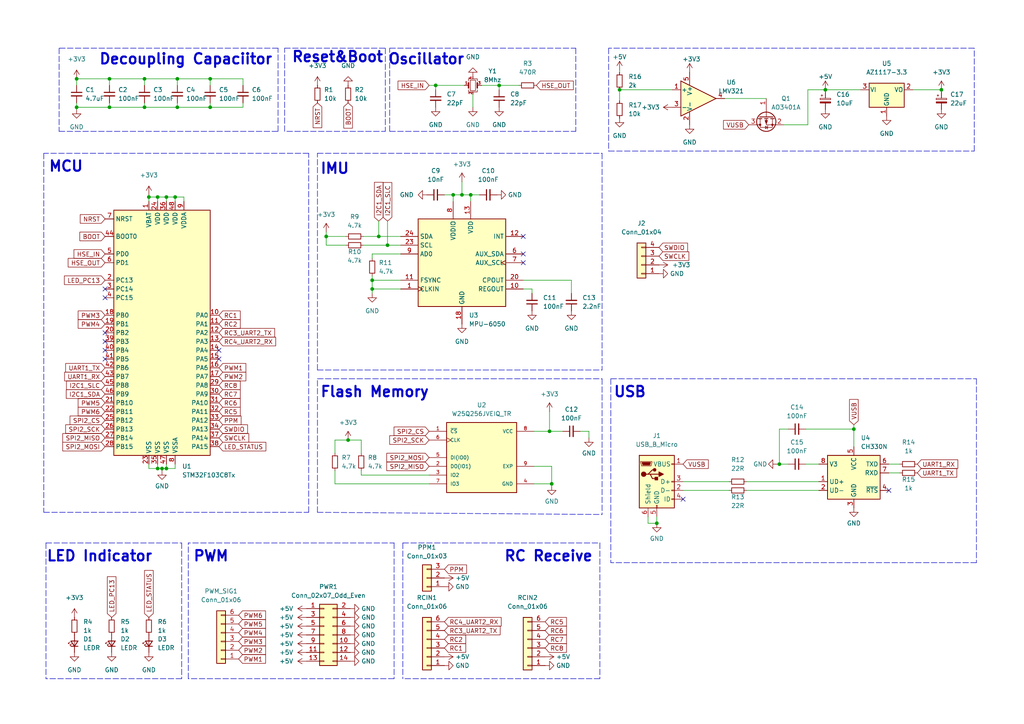
<source format=kicad_sch>
(kicad_sch (version 20211123) (generator eeschema)
  (paper "A4")
  (junction (at 112.395 71.12))
  (junction (at 48.26 57.15))
  (junction (at 94.615 68.58))
  (junction (at 247.65 124.46))
  (junction (at 41.91 31.115))
  (junction (at 136.525 56.515))
  (junction (at 109.855 68.58))
  (junction (at 45.72 57.15))
  (junction (at 60.96 31.115))
  (junction (at 60.96 22.86))
  (junction (at 226.06 134.62))
  (junction (at 160.02 140.335))
  (junction (at 179.705 26.035))
  (junction (at 51.435 22.86))
  (junction (at 273.05 26.035))
  (junction (at 46.99 135.89))
  (junction (at 107.95 83.82))
  (junction (at 131.445 56.515))
  (junction (at 22.225 22.86))
  (junction (at 41.91 22.86))
  (junction (at 43.18 57.15))
  (junction (at 51.435 31.115))
  (junction (at 107.95 81.28))
  (junction (at 31.75 22.86))
  (junction (at 48.26 135.89))
  (junction (at 133.985 56.515))
  (junction (at 45.72 135.89))
  (junction (at 126.365 24.765))
  (junction (at 239.395 26.035))
  (junction (at 50.8 57.15))
  (junction (at 190.5 151.765))
  (junction (at 159.385 125.095))
  (junction (at 31.75 31.115))
  (junction (at 100.965 127.635))
  (junction (at 144.78 24.765))
  (junction (at 22.225 31.115))
  (no_connect (at 30.48 104.14))
  (no_connect (at 30.48 101.6))
  (no_connect (at 30.48 99.06))
  (no_connect (at 30.48 83.82))
  (no_connect (at 63.5 104.14))
  (no_connect (at 63.5 101.6))
  (no_connect (at 30.48 96.52))
  (no_connect (at 30.48 86.36))
  (no_connect (at 198.12 144.78))
  (no_connect (at 151.765 76.2))
  (no_connect (at 151.765 73.66))
  (no_connect (at 151.765 68.58))
  (no_connect (at 257.81 142.24))
  (wire (pts (xy 51.435 22.86) (xy 51.435 24.765)))
  (wire (pts (xy 131.445 56.515) (xy 131.445 58.42)))
  (wire (pts (xy 50.8 134.62) (xy 50.8 135.89)))
  (wire (pts (xy 234.315 36.195) (xy 234.315 26.035)))
  (wire (pts (xy 50.8 57.15) (xy 53.34 57.15)))
  (polyline (pts (xy 92.075 148.59) (xy 174.625 149.225)))
  (wire (pts (xy 48.26 57.15) (xy 48.26 58.42)))
  (wire (pts (xy 22.225 29.845) (xy 22.225 31.115)))
  (wire (pts (xy 60.96 31.115) (xy 51.435 31.115)))
  (wire (pts (xy 43.18 57.15) (xy 45.72 57.15)))
  (wire (pts (xy 139.7 24.765) (xy 144.78 24.765)))
  (wire (pts (xy 136.525 56.515) (xy 139.065 56.515)))
  (wire (pts (xy 168.275 125.095) (xy 170.815 125.095)))
  (wire (pts (xy 124.46 140.335) (xy 97.155 140.335)))
  (wire (pts (xy 151.765 81.28) (xy 165.735 81.28)))
  (wire (pts (xy 154.305 83.82) (xy 154.305 85.09)))
  (wire (pts (xy 31.75 22.86) (xy 41.91 22.86)))
  (wire (pts (xy 154.94 125.095) (xy 159.385 125.095)))
  (polyline (pts (xy 80.645 38.1) (xy 80.645 13.97)))
  (polyline (pts (xy 92.075 109.855) (xy 174.625 109.855)))
  (wire (pts (xy 100.33 71.12) (xy 94.615 71.12)))
  (polyline (pts (xy 13.335 157.48) (xy 52.705 157.48)))
  (wire (pts (xy 239.395 26.035) (xy 249.555 26.035)))
  (polyline (pts (xy 12.7 44.45) (xy 12.7 148.59)))
  (wire (pts (xy 105.41 71.12) (xy 112.395 71.12)))
  (wire (pts (xy 273.05 26.035) (xy 273.05 26.67)))
  (polyline (pts (xy 54.61 157.48) (xy 55.245 157.48)))
  (wire (pts (xy 136.525 56.515) (xy 136.525 58.42)))
  (wire (pts (xy 45.72 57.15) (xy 48.26 57.15)))
  (wire (pts (xy 226.06 124.46) (xy 226.06 134.62)))
  (wire (pts (xy 159.385 119.38) (xy 159.385 125.095)))
  (polyline (pts (xy 17.145 13.97) (xy 17.145 38.1)))
  (polyline (pts (xy 283.21 109.855) (xy 283.21 163.195)))
  (polyline (pts (xy 111.76 13.97) (xy 111.76 38.1)))
  (wire (pts (xy 50.8 57.15) (xy 50.8 58.42)))
  (wire (pts (xy 226.06 134.62) (xy 228.6 134.62)))
  (wire (pts (xy 41.91 22.86) (xy 41.91 24.765)))
  (polyline (pts (xy 52.705 157.48) (xy 52.705 196.85)))
  (wire (pts (xy 60.96 22.86) (xy 60.96 24.765)))
  (wire (pts (xy 233.68 134.62) (xy 237.49 134.62)))
  (polyline (pts (xy 92.075 148.59) (xy 92.075 109.855)))
  (polyline (pts (xy 89.535 44.45) (xy 12.7 44.45)))
  (wire (pts (xy 97.155 127.635) (xy 100.965 127.635)))
  (wire (pts (xy 50.8 135.89) (xy 48.26 135.89)))
  (polyline (pts (xy 82.55 38.1) (xy 82.55 13.97)))
  (wire (pts (xy 170.815 125.095) (xy 170.815 127)))
  (wire (pts (xy 45.72 134.62) (xy 45.72 135.89)))
  (wire (pts (xy 247.65 124.46) (xy 247.65 129.54)))
  (wire (pts (xy 159.385 125.095) (xy 163.195 125.095)))
  (wire (pts (xy 144.78 24.765) (xy 144.78 26.035)))
  (wire (pts (xy 31.75 22.86) (xy 31.75 24.765)))
  (wire (pts (xy 187.96 151.765) (xy 190.5 151.765)))
  (wire (pts (xy 70.485 29.845) (xy 70.485 31.115)))
  (wire (pts (xy 51.435 29.845) (xy 51.435 31.115)))
  (polyline (pts (xy 113.03 38.1) (xy 113.03 13.97)))
  (wire (pts (xy 160.02 140.335) (xy 160.02 140.97)))
  (wire (pts (xy 41.91 31.115) (xy 31.75 31.115)))
  (wire (pts (xy 46.99 135.89) (xy 46.99 136.525)))
  (wire (pts (xy 51.435 22.86) (xy 60.96 22.86)))
  (polyline (pts (xy 173.99 196.85) (xy 116.84 196.85)))
  (polyline (pts (xy 177.165 109.855) (xy 177.165 163.195)))
  (wire (pts (xy 43.18 57.15) (xy 43.18 58.42)))
  (polyline (pts (xy 54.61 196.85) (xy 54.61 157.48)))
  (polyline (pts (xy 17.145 38.1) (xy 80.645 38.1)))
  (wire (pts (xy 60.96 22.86) (xy 70.485 22.86)))
  (wire (pts (xy 107.95 83.82) (xy 107.95 85.09)))
  (wire (pts (xy 198.12 142.24) (xy 211.455 142.24)))
  (polyline (pts (xy 282.575 13.97) (xy 176.53 13.97)))
  (wire (pts (xy 107.95 81.28) (xy 116.205 81.28)))
  (wire (pts (xy 151.765 83.82) (xy 154.305 83.82)))
  (polyline (pts (xy 173.99 157.48) (xy 173.99 196.85)))
  (polyline (pts (xy 282.575 43.815) (xy 282.575 13.97)))
  (polyline (pts (xy 52.705 196.85) (xy 13.335 196.85)))
  (wire (pts (xy 48.26 57.15) (xy 50.8 57.15)))
  (polyline (pts (xy 174.625 44.45) (xy 174.625 107.315)))
  (wire (pts (xy 22.225 22.86) (xy 22.225 24.765)))
  (polyline (pts (xy 82.55 13.97) (xy 111.76 13.97)))
  (wire (pts (xy 70.485 31.115) (xy 60.96 31.115)))
  (wire (pts (xy 107.95 81.28) (xy 107.95 83.82)))
  (wire (pts (xy 48.26 135.89) (xy 46.99 135.89)))
  (polyline (pts (xy 174.625 109.855) (xy 174.625 149.225)))
  (polyline (pts (xy 92.075 107.315) (xy 174.625 107.315)))
  (wire (pts (xy 198.12 139.7) (xy 211.455 139.7)))
  (wire (pts (xy 43.18 56.515) (xy 43.18 57.15)))
  (wire (pts (xy 165.735 81.28) (xy 165.735 85.09)))
  (wire (pts (xy 225.425 134.62) (xy 226.06 134.62)))
  (wire (pts (xy 179.705 26.035) (xy 194.945 26.035)))
  (wire (pts (xy 107.95 80.01) (xy 107.95 81.28)))
  (wire (pts (xy 264.795 26.035) (xy 273.05 26.035)))
  (wire (pts (xy 124.46 24.765) (xy 126.365 24.765)))
  (wire (pts (xy 131.445 56.515) (xy 128.905 56.515)))
  (wire (pts (xy 53.34 57.15) (xy 53.34 58.42)))
  (wire (pts (xy 144.78 24.765) (xy 150.495 24.765)))
  (polyline (pts (xy 80.645 13.97) (xy 17.145 13.97)))
  (wire (pts (xy 43.18 134.62) (xy 43.18 135.89)))
  (wire (pts (xy 104.775 127.635) (xy 104.775 131.445)))
  (wire (pts (xy 216.535 142.24) (xy 237.49 142.24)))
  (wire (pts (xy 179.705 26.035) (xy 179.705 29.21)))
  (wire (pts (xy 109.855 68.58) (xy 116.205 68.58)))
  (polyline (pts (xy 114.3 196.85) (xy 54.61 196.85)))
  (wire (pts (xy 97.155 140.335) (xy 97.155 136.525)))
  (wire (pts (xy 187.96 149.86) (xy 187.96 151.765)))
  (wire (pts (xy 22.225 22.86) (xy 31.75 22.86)))
  (wire (pts (xy 216.535 139.7) (xy 237.49 139.7)))
  (wire (pts (xy 105.41 68.58) (xy 109.855 68.58)))
  (wire (pts (xy 257.81 137.16) (xy 260.985 137.16)))
  (wire (pts (xy 126.365 24.765) (xy 134.62 24.765)))
  (wire (pts (xy 48.26 134.62) (xy 48.26 135.89)))
  (wire (pts (xy 234.315 26.035) (xy 239.395 26.035)))
  (wire (pts (xy 45.72 135.89) (xy 46.99 135.89)))
  (wire (pts (xy 100.965 127.635) (xy 104.775 127.635)))
  (wire (pts (xy 239.395 26.035) (xy 239.395 26.67)))
  (wire (pts (xy 41.91 29.845) (xy 41.91 31.115)))
  (wire (pts (xy 104.775 137.795) (xy 104.775 136.525)))
  (polyline (pts (xy 113.03 13.97) (xy 167.005 13.97)))
  (wire (pts (xy 94.615 68.58) (xy 94.615 67.31)))
  (polyline (pts (xy 167.005 13.97) (xy 167.005 38.1)))
  (polyline (pts (xy 92.075 107.315) (xy 92.075 44.45)))
  (wire (pts (xy 133.985 52.705) (xy 133.985 56.515)))
  (polyline (pts (xy 83.185 38.1) (xy 111.76 38.1)))
  (polyline (pts (xy 177.165 109.855) (xy 283.21 109.855)))
  (polyline (pts (xy 176.53 43.815) (xy 282.575 43.815)))
  (wire (pts (xy 133.985 56.515) (xy 136.525 56.515)))
  (polyline (pts (xy 89.535 148.59) (xy 89.535 44.45)))
  (wire (pts (xy 109.855 64.135) (xy 109.855 68.58)))
  (polyline (pts (xy 55.88 157.48) (xy 114.3 157.48)))
  (wire (pts (xy 107.95 73.66) (xy 107.95 74.93)))
  (wire (pts (xy 190.5 149.86) (xy 190.5 151.765)))
  (polyline (pts (xy 283.21 163.195) (xy 177.165 163.195)))
  (wire (pts (xy 31.75 29.845) (xy 31.75 31.115)))
  (wire (pts (xy 41.91 22.86) (xy 51.435 22.86)))
  (wire (pts (xy 210.185 28.575) (xy 222.25 28.575)))
  (wire (pts (xy 179.705 20.955) (xy 179.705 20.32)))
  (wire (pts (xy 126.365 24.765) (xy 126.365 26.035)))
  (wire (pts (xy 228.6 124.46) (xy 226.06 124.46)))
  (polyline (pts (xy 13.335 157.48) (xy 13.335 196.85)))
  (wire (pts (xy 154.94 135.255) (xy 160.02 135.255)))
  (polyline (pts (xy 114.3 157.48) (xy 114.3 196.85)))
  (wire (pts (xy 257.81 134.62) (xy 260.985 134.62)))
  (polyline (pts (xy 116.84 157.48) (xy 116.84 196.85)))
  (wire (pts (xy 124.46 137.795) (xy 104.775 137.795)))
  (wire (pts (xy 227.33 36.195) (xy 234.315 36.195)))
  (polyline (pts (xy 12.7 148.59) (xy 89.535 148.59)))
  (wire (pts (xy 233.68 124.46) (xy 247.65 124.46)))
  (wire (pts (xy 51.435 31.115) (xy 41.91 31.115)))
  (wire (pts (xy 31.75 31.115) (xy 22.225 31.115)))
  (polyline (pts (xy 116.84 157.48) (xy 173.99 157.48)))
  (wire (pts (xy 116.205 73.66) (xy 107.95 73.66)))
  (wire (pts (xy 22.225 31.115) (xy 22.225 31.75)))
  (wire (pts (xy 94.615 68.58) (xy 100.33 68.58)))
  (wire (pts (xy 45.72 57.15) (xy 45.72 58.42)))
  (wire (pts (xy 160.02 135.255) (xy 160.02 140.335)))
  (wire (pts (xy 137.16 27.305) (xy 137.16 31.115)))
  (wire (pts (xy 247.65 123.19) (xy 247.65 124.46)))
  (polyline (pts (xy 92.075 44.45) (xy 174.625 44.45)))
  (wire (pts (xy 94.615 71.12) (xy 94.615 68.58)))
  (wire (pts (xy 60.96 29.845) (xy 60.96 31.115)))
  (polyline (pts (xy 176.53 13.97) (xy 176.53 43.815)))
  (wire (pts (xy 116.205 83.82) (xy 107.95 83.82)))
  (wire (pts (xy 112.395 64.135) (xy 112.395 71.12)))
  (wire (pts (xy 43.18 135.89) (xy 45.72 135.89)))
  (wire (pts (xy 154.94 140.335) (xy 160.02 140.335)))
  (wire (pts (xy 97.155 127.635) (xy 97.155 131.445)))
  (polyline (pts (xy 113.03 38.1) (xy 167.005 38.1)))
  (wire (pts (xy 133.985 56.515) (xy 131.445 56.515)))
  (wire (pts (xy 112.395 71.12) (xy 116.205 71.12)))
  (wire (pts (xy 70.485 22.86) (xy 70.485 24.765)))
  (text "Decoupling Capaciitor" (at 28.575 19.05 0) (effects (font (size 3 3) bold) (justify left bottom)))
  (text "MCU" (at 13.97 50.165 0) (effects (font (size 3 3) bold) (justify left bottom)))
  (text "LED Indicator" (at 13.335 163.195 0) (effects (font (size 3 3) (thickness 0.6) bold) (justify left bottom)))
  (text "USB" (at 177.8 115.57 0) (effects (font (size 3 3) (thickness 0.6) bold) (justify left bottom)))
  (text "Reset&Boot" (at 84.455 18.415 0) (effects (font (size 3 3) bold) (justify left bottom)))
  (text "RC Receive" (at 146.05 163.195 0) (effects (font (size 3 3) (thickness 0.6) bold) (justify left bottom)))
  (text "PWM" (at 55.88 163.195 0) (effects (font (size 3 3) bold) (justify left bottom)))
  (text "IMU" (at 92.71 50.8 0) (effects (font (size 3 3) (thickness 0.6) bold) (justify left bottom)))
  (text "Flash Memory" (at 92.71 115.57 0) (effects (font (size 3 3) bold) (justify left bottom)))
  (text "Oscillator" (at 112.395 19.05 0) (effects (font (size 3 3) bold) (justify left bottom)))
  (global_label "I2C1_SDA" (shape input) (at 109.855 64.135 90) (property "Intersheet References" "${INTERSHEET_REFS}" (effects hide)))
  (global_label "VUSB" (shape input) (at 217.17 36.195 180) (property "Intersheet References" "${INTERSHEET_REFS}" (effects hide)))
  (global_label "NRST" (shape input) (at 30.48 63.5 180) (property "Intersheet References" "${INTERSHEET_REFS}" (effects hide)))
  (global_label "RC2" (shape input) (at 128.905 185.42 0) (property "Intersheet References" "${INTERSHEET_REFS}" (effects hide)))
  (global_label "HSE_IN" (shape input) (at 30.48 73.66 180) (property "Intersheet References" "${INTERSHEET_REFS}" (effects hide)))
  (global_label "SPI2_SCK" (shape input) (at 30.48 124.46 180) (property "Intersheet References" "${INTERSHEET_REFS}" (effects hide)))
  (global_label "RC1" (shape input) (at 63.5 91.44 0) (property "Intersheet References" "${INTERSHEET_REFS}" (effects hide)))
  (global_label "RC4_UART2_RX" (shape input) (at 63.5 99.06 0) (property "Intersheet References" "${INTERSHEET_REFS}" (effects hide)))
  (global_label "LED_STATUS" (shape input) (at 43.18 179.07 90) (property "Intersheet References" "${INTERSHEET_REFS}" (effects hide)))
  (global_label "I2C1_SDA" (shape input) (at 30.48 114.3 180) (property "Intersheet References" "${INTERSHEET_REFS}" (effects hide)))
  (global_label "NRST" (shape input) (at 92.075 29.845 270) (property "Intersheet References" "${INTERSHEET_REFS}" (effects hide)))
  (global_label "LED_PC13" (shape input) (at 30.48 81.28 180) (property "Intersheet References" "${INTERSHEET_REFS}" (effects hide)))
  (global_label "I2C1_SLC" (shape input) (at 112.395 64.135 90) (property "Intersheet References" "${INTERSHEET_REFS}" (effects hide)))
  (global_label "PWM4" (shape input) (at 69.215 183.515 0) (property "Intersheet References" "${INTERSHEET_REFS}" (effects hide)))
  (global_label "VUSB" (shape input) (at 247.65 123.19 90) (property "Intersheet References" "${INTERSHEET_REFS}" (effects hide)))
  (global_label "PWM5" (shape input) (at 69.215 180.975 0) (property "Intersheet References" "${INTERSHEET_REFS}" (effects hide)))
  (global_label "UART1_TX" (shape input) (at 30.48 106.68 180) (property "Intersheet References" "${INTERSHEET_REFS}" (effects hide)))
  (global_label "LED_STATUS" (shape input) (at 63.5 129.54 0) (property "Intersheet References" "${INTERSHEET_REFS}" (effects hide)))
  (global_label "BOOT" (shape input) (at 100.965 29.845 270) (property "Intersheet References" "${INTERSHEET_REFS}" (effects hide)))
  (global_label "PWM3" (shape input) (at 69.215 186.055 0) (property "Intersheet References" "${INTERSHEET_REFS}" (effects hide)))
  (global_label "PWM1" (shape input) (at 69.215 191.135 0) (property "Intersheet References" "${INTERSHEET_REFS}" (effects hide)))
  (global_label "VUSB" (shape input) (at 198.12 134.62 0) (property "Intersheet References" "${INTERSHEET_REFS}" (effects hide)))
  (global_label "SPI2_MOSI" (shape input) (at 30.48 129.54 180) (property "Intersheet References" "${INTERSHEET_REFS}" (effects hide)))
  (global_label "SWCLK" (shape input) (at 63.5 127 0) (property "Intersheet References" "${INTERSHEET_REFS}" (effects hide)))
  (global_label "RC1" (shape input) (at 128.905 187.96 0) (property "Intersheet References" "${INTERSHEET_REFS}" (effects hide)))
  (global_label "RC5" (shape input) (at 63.5 119.38 0) (property "Intersheet References" "${INTERSHEET_REFS}" (effects hide)))
  (global_label "LED_PC13" (shape input) (at 32.385 179.07 90) (property "Intersheet References" "${INTERSHEET_REFS}" (effects hide)))
  (global_label "I2C1_SLC" (shape input) (at 30.48 111.76 180) (property "Intersheet References" "${INTERSHEET_REFS}" (effects hide)))
  (global_label "PPM" (shape input) (at 128.905 165.1 0) (property "Intersheet References" "${INTERSHEET_REFS}" (effects hide)))
  (global_label "RC8" (shape input) (at 158.115 187.96 0) (property "Intersheet References" "${INTERSHEET_REFS}" (effects hide)))
  (global_label "PWM2" (shape input) (at 63.5 109.22 0) (property "Intersheet References" "${INTERSHEET_REFS}" (effects hide)))
  (global_label "SPI2_CS" (shape input) (at 30.48 121.92 180) (property "Intersheet References" "${INTERSHEET_REFS}" (effects hide)))
  (global_label "PWM3" (shape input) (at 30.48 91.44 180) (property "Intersheet References" "${INTERSHEET_REFS}" (effects hide)))
  (global_label "SPI2_MOSI" (shape input) (at 124.46 132.715 180) (property "Intersheet References" "${INTERSHEET_REFS}" (effects hide)))
  (global_label "UART1_RX" (shape input) (at 30.48 109.22 180) (property "Intersheet References" "${INTERSHEET_REFS}" (effects hide)))
  (global_label "PWM6" (shape input) (at 30.48 119.38 180) (property "Intersheet References" "${INTERSHEET_REFS}" (effects hide)))
  (global_label "SPI2_MISO" (shape input) (at 30.48 127 180) (property "Intersheet References" "${INTERSHEET_REFS}" (effects hide)))
  (global_label "RC8" (shape input) (at 63.5 111.76 0) (property "Intersheet References" "${INTERSHEET_REFS}" (effects hide)))
  (global_label "RC6" (shape input) (at 63.5 116.84 0) (property "Intersheet References" "${INTERSHEET_REFS}" (effects hide)))
  (global_label "UART1_TX" (shape input) (at 266.065 137.16 0) (property "Intersheet References" "${INTERSHEET_REFS}" (effects hide)))
  (global_label "PWM5" (shape input) (at 30.48 116.84 180) (property "Intersheet References" "${INTERSHEET_REFS}" (effects hide)))
  (global_label "PWM4" (shape input) (at 30.48 93.98 180) (property "Intersheet References" "${INTERSHEET_REFS}" (effects hide)))
  (global_label "RC3_UART2_TX" (shape input) (at 63.5 96.52 0) (property "Intersheet References" "${INTERSHEET_REFS}" (effects hide)))
  (global_label "SWCLK" (shape input) (at 191.135 74.295 0) (property "Intersheet References" "${INTERSHEET_REFS}" (effects hide)))
  (global_label "RC3_UART2_TX" (shape input) (at 128.905 182.88 0) (property "Intersheet References" "${INTERSHEET_REFS}" (effects hide)))
  (global_label "HSE_OUT" (shape input) (at 155.575 24.765 0) (property "Intersheet References" "${INTERSHEET_REFS}" (effects hide)))
  (global_label "PWM6" (shape input) (at 69.215 178.435 0) (property "Intersheet References" "${INTERSHEET_REFS}" (effects hide)))
  (global_label "RC6" (shape input) (at 158.115 182.88 0) (property "Intersheet References" "${INTERSHEET_REFS}" (effects hide)))
  (global_label "SPI2_CS" (shape input) (at 124.46 125.095 180) (property "Intersheet References" "${INTERSHEET_REFS}" (effects hide)))
  (global_label "HSE_OUT" (shape input) (at 30.48 76.2 180) (property "Intersheet References" "${INTERSHEET_REFS}" (effects hide)))
  (global_label "RC7" (shape input) (at 63.5 114.3 0) (property "Intersheet References" "${INTERSHEET_REFS}" (effects hide)))
  (global_label "HSE_IN" (shape input) (at 124.46 24.765 180) (property "Intersheet References" "${INTERSHEET_REFS}" (effects hide)))
  (global_label "SWDIO" (shape input) (at 191.135 71.755 0) (property "Intersheet References" "${INTERSHEET_REFS}" (effects hide)))
  (global_label "RC4_UART2_RX" (shape input) (at 128.905 180.34 0) (property "Intersheet References" "${INTERSHEET_REFS}" (effects hide)))
  (global_label "UART1_RX" (shape input) (at 266.065 134.62 0) (property "Intersheet References" "${INTERSHEET_REFS}" (effects hide)))
  (global_label "SPI2_SCK" (shape input) (at 124.46 127.635 180) (property "Intersheet References" "${INTERSHEET_REFS}" (effects hide)))
  (global_label "RC2" (shape input) (at 63.5 93.98 0) (property "Intersheet References" "${INTERSHEET_REFS}" (effects hide)))
  (global_label "SWDIO" (shape input) (at 63.5 124.46 0) (property "Intersheet References" "${INTERSHEET_REFS}" (effects hide)))
  (global_label "SPI2_MISO" (shape input) (at 124.46 135.255 180) (property "Intersheet References" "${INTERSHEET_REFS}" (effects hide)))
  (global_label "RC7" (shape input) (at 158.115 185.42 0) (property "Intersheet References" "${INTERSHEET_REFS}" (effects hide)))
  (global_label "RC5" (shape input) (at 158.115 180.34 0) (property "Intersheet References" "${INTERSHEET_REFS}" (effects hide)))
  (global_label "PWM2" (shape input) (at 69.215 188.595 0) (property "Intersheet References" "${INTERSHEET_REFS}" (effects hide)))
  (global_label "PWM1" (shape input) (at 63.5 106.68 0) (property "Intersheet References" "${INTERSHEET_REFS}" (effects hide)))
  (global_label "BOOT" (shape input) (at 30.48 68.58 180) (property "Intersheet References" "${INTERSHEET_REFS}" (effects hide)))
  (global_label "PPM" (shape input) (at 63.5 121.92 0) (property "Intersheet References" "${INTERSHEET_REFS}" (effects hide)))
  (symbol (lib_id "power:GND") (at 137.16 31.115 0) (unit 1)
    (property "Reference" "#PWR08" (effects hide))
    (property "Value" "GND" (at 137.16 36.195 0))
  )
  (symbol (lib_id "power:GND") (at 128.905 193.04 90) (unit 1)
    (property "Reference" "#PWR031" (effects hide))
    (property "Value" "GND" (at 132.08 193.0399 90) (effects (justify right)))
  )
  (symbol (lib_id "Device:R_Small") (at 179.705 31.75 0) (unit 1)
    (property "Reference" "R17" (at 182.245 30.4799 0) (effects (justify left)))
    (property "Value" "10k" (at 182.245 33.0199 0) (effects (justify left)))
    (property "Footprint" "Resistor_SMD:R_0603_1608Metric" (effects hide))
  )
  (symbol (lib_id "Device:C_Polarized_Small") (at 273.05 29.21 0) (unit 1)
    (property "Reference" "C17" (at 275.59 27.3938 0) (effects (justify left)))
    (property "Value" "22uF" (at 275.59 29.9338 0) (effects (justify left)))
    (property "Footprint" "Capacitor_Tantalum_SMD:CP_EIA-3216-10_Kemet-I" (effects hide))
  )
  (symbol (lib_id "Device:LED_Small") (at 21.59 186.69 90) (unit 1)
    (property "Reference" "D1" (at 24.13 185.3564 90) (effects (justify right)))
    (property "Value" "LEDR" (at 24.13 187.8964 90) (effects (justify right)))
    (property "Footprint" "LED_SMD:LED_0603_1608Metric" (effects hide))
  )
  (symbol (lib_id "Device:R_Small") (at 100.965 27.305 0) (unit 1)
    (property "Reference" "R2" (at 102.87 26.0349 0) (effects (justify left)))
    (property "Value" "10k" (at 102.87 28.5749 0) (effects (justify left)))
    (property "Footprint" "Resistor_SMD:R_0603_1608Metric" (effects hide))
  )
  (symbol (lib_id "power:GND") (at 179.705 34.29 0) (unit 1)
    (property "Reference" "#PWR054" (effects hide))
    (property "Value" "GND" (at 179.705 39.37 0))
  )
  (symbol (lib_id "power:+5V") (at 128.905 167.64 270) (unit 1)
    (property "Reference" "#PWR028" (effects hide))
    (property "Value" "+5V" (at 132.08 167.6399 90) (effects (justify left)))
  )
  (symbol (lib_id "power:+5V") (at 158.115 190.5 270) (unit 1)
    (property "Reference" "#PWR032" (effects hide))
    (property "Value" "+5V" (at 161.29 190.4999 90) (effects (justify left)))
  )
  (symbol (lib_id "power:+3.3V") (at 21.59 179.07 0) (unit 1)
    (property "Reference" "#PWR010" (effects hide))
    (property "Value" "+3.3V" (at 21.59 173.355 0))
  )
  (symbol (lib_id "power:GND") (at 101.6 181.61 90) (unit 1)
    (property "Reference" "#PWR024" (effects hide))
    (property "Value" "GND" (at 104.775 181.6099 90) (effects (justify right)))
  )
  (symbol (lib_id "power:GND") (at 247.65 147.32 0) (unit 1)
    (property "Reference" "#PWR052" (effects hide))
    (property "Value" "GND" (at 247.65 151.765 0))
  )
  (symbol (lib_id "power:GND") (at 43.18 189.23 0) (unit 1)
    (property "Reference" "#PWR013" (effects hide))
    (property "Value" "GND" (at 43.18 194.31 0))
  )
  (symbol (lib_id "power:+5V") (at 88.9 189.23 90) (unit 1)
    (property "Reference" "#PWR020" (effects hide))
    (property "Value" "+5V" (at 85.09 189.2299 90) (effects (justify left)))
  )
  (symbol (lib_id "Device:LED_Small") (at 43.18 186.69 90) (unit 1)
    (property "Reference" "D3" (at 45.72 185.3564 90) (effects (justify right)))
    (property "Value" "LEDR" (at 45.72 187.8964 90) (effects (justify right)))
    (property "Footprint" "LED_SMD:LED_0603_1608Metric" (effects hide))
  )
  (symbol (lib_id "power:GND") (at 46.99 136.525 0) (unit 1)
    (property "Reference" "#PWR014" (effects hide))
    (property "Value" "GND" (at 46.99 140.97 0))
  )
  (symbol (lib_id "Device:C_Small") (at 165.735 125.095 90) (unit 1)
    (property "Reference" "C12" (at 165.7413 118.745 90))
    (property "Value" "100nF" (at 165.7413 121.285 90))
    (property "Footprint" "Capacitor_SMD:C_0603_1608Metric" (effects hide))
  )
  (symbol (lib_id "Device:C_Small") (at 126.365 56.515 90) (unit 1)
    (property "Reference" "C9" (at 126.3713 49.53 90))
    (property "Value" "10nF" (at 126.3713 52.07 90))
    (property "Footprint" "Capacitor_SMD:C_0603_1608Metric" (effects hide))
  )
  (symbol (lib_id "power:GND") (at 107.95 85.09 0) (unit 1)
    (property "Reference" "#PWR035" (effects hide))
    (property "Value" "GND" (at 107.95 90.17 0))
  )
  (symbol (lib_id "Device:C_Small") (at 231.14 124.46 90) (unit 1)
    (property "Reference" "C14" (at 231.1463 118.11 90))
    (property "Value" "100nF" (at 231.1463 120.65 90))
    (property "Footprint" "Capacitor_SMD:C_0603_1608Metric" (effects hide))
  )
  (symbol (lib_id "power:+5V") (at 179.705 20.32 0) (unit 1)
    (property "Reference" "#PWR053" (effects hide))
    (property "Value" "+5V" (at 179.705 16.51 0))
  )
  (symbol (lib_id "power:GND") (at 101.6 186.69 90) (unit 1)
    (property "Reference" "#PWR026" (effects hide))
    (property "Value" "GND" (at 104.775 186.6899 90) (effects (justify right)))
  )
  (symbol (lib_id "power:GND") (at 160.02 140.97 0) (unit 1)
    (property "Reference" "#PWR041" (effects hide))
    (property "Value" "GND" (at 160.02 145.415 0))
  )
  (symbol (lib_id "power:+3.3V") (at 22.225 22.86 0) (unit 1)
    (property "Reference" "#PWR01" (effects hide))
    (property "Value" "+3.3V" (at 22.225 17.145 0))
  )
  (symbol (lib_id "power:+3.3V") (at 92.075 24.765 0) (unit 1)
    (property "Reference" "#PWR04" (effects hide))
    (property "Value" "+3.3V" (at 92.075 19.05 0))
  )
  (symbol (lib_id "Device:R_Small") (at 97.155 133.985 0) (unit 1)
    (property "Reference" "R7" (at 99.06 132.7149 0) (effects (justify left)))
    (property "Value" "4.7k" (at 99.06 135.2549 0) (effects (justify left)))
    (property "Footprint" "Resistor_SMD:R_0603_1608Metric" (effects hide))
  )
  (symbol (lib_id "Device:R_Small") (at 102.87 68.58 90) (unit 1)
    (property "Reference" "R9" (at 102.87 62.865 90))
    (property "Value" "4.7k" (at 102.87 65.405 90))
    (property "Footprint" "Resistor_SMD:R_0603_1608Metric" (effects hide))
  )
  (symbol (lib_id "Device:C_Small") (at 60.96 27.305 0) (unit 1)
    (property "Reference" "C5" (at 63.5 26.0412 0) (effects (justify left)))
    (property "Value" "100nF" (at 63.5 28.5812 0) (effects (justify left)))
    (property "Footprint" "Capacitor_SMD:C_0603_1608Metric" (effects hide))
  )
  (symbol (lib_id "power:GND") (at 165.735 90.17 0) (unit 1)
    (property "Reference" "#PWR044" (effects hide))
    (property "Value" "GND" (at 165.735 95.25 0))
  )
  (symbol (lib_id "power:GND") (at 101.6 179.07 90) (unit 1)
    (property "Reference" "#PWR023" (effects hide))
    (property "Value" "GND" (at 104.775 179.0699 90) (effects (justify right)))
  )
  (symbol (lib_id "power:GND") (at 133.985 93.98 0) (unit 1)
    (property "Reference" "#PWR038" (effects hide))
    (property "Value" "GND" (at 133.985 99.06 0))
  )
  (symbol (lib_id "power:GND") (at 100.965 24.765 180) (unit 1)
    (property "Reference" "#PWR05" (effects hide))
    (property "Value" "GND" (at 100.965 19.05 0))
  )
  (symbol (lib_id "Device:C_Small") (at 22.225 27.305 0) (unit 1)
    (property "Reference" "C1" (at 24.765 26.0412 0) (effects (justify left)))
    (property "Value" "4.7uF" (at 24.765 28.5812 0) (effects (justify left)))
    (property "Footprint" "Capacitor_SMD:C_0805_2012Metric" (effects hide))
  )
  (symbol (lib_id "Connector_Generic:Conn_01x06") (at 153.035 187.96 180) (unit 1)
    (property "Reference" "RCIN2" (at 153.035 173.355 0))
    (property "Value" "Conn_01x06" (at 153.035 175.895 0))
    (property "Footprint" "Connector_Molex:Molex_PicoBlade_53261-0671_1x06-1MP_P1.25mm_Horizontal" (effects hide))
  )
  (symbol (lib_id "power:+5V") (at 88.9 186.69 90) (unit 1)
    (property "Reference" "#PWR019" (effects hide))
    (property "Value" "+5V" (at 85.09 186.6899 90) (effects (justify left)))
  )
  (symbol (lib_id "Connector:USB_B_Micro") (at 190.5 139.7 0) (unit 1)
    (property "Reference" "J1" (at 190.5 126.365 0))
    (property "Value" "USB_B_Micro" (at 190.5 128.905 0))
    (property "Footprint" "Connector_USB:USB_Micro-B_Molex-105017-0001" (effects hide))
  )
  (symbol (lib_id "power:GND") (at 22.225 31.75 0) (unit 1)
    (property "Reference" "#PWR02" (effects hide))
    (property "Value" "GND" (at 22.225 36.83 0))
  )
  (symbol (lib_id "Device:Crystal_GND24_Small") (at 137.16 24.765 0) (unit 1)
    (property "Reference" "Y1" (at 142.875 20.6248 0))
    (property "Value" "8Mhz" (at 142.875 23.1648 0))
    (property "Footprint" "Crystal:Crystal_SMD_3225-4Pin_3.2x2.5mm" (effects hide))
  )
  (symbol (lib_id "Device:C_Small") (at 154.305 87.63 180) (unit 1)
    (property "Reference" "C11" (at 157.48 86.3535 0) (effects (justify right)))
    (property "Value" "100nF" (at 157.48 88.8935 0) (effects (justify right)))
    (property "Footprint" "Capacitor_SMD:C_0603_1608Metric" (effects hide))
  )
  (symbol (lib_id "Device:R_Small") (at 32.385 181.61 0) (unit 1)
    (property "Reference" "R5" (at 34.925 180.3399 0) (effects (justify left)))
    (property "Value" "1k" (at 34.925 182.8799 0) (effects (justify left)))
    (property "Footprint" "Resistor_SMD:R_0603_1608Metric" (effects hide))
  )
  (symbol (lib_id "Connector_Generic:Conn_01x06") (at 64.135 186.055 180) (unit 1)
    (property "Reference" "PWM_SIG1" (at 64.135 171.45 0))
    (property "Value" "Conn_01x06" (at 64.135 173.99 0))
    (property "Footprint" "Connector_PinHeader_2.54mm:PinHeader_1x06_P2.54mm_Vertical" (effects hide))
  )
  (symbol (lib_id "Amplifier_Operational:LMV321") (at 202.565 28.575 0) (unit 1)
    (property "Reference" "U6" (at 212.09 23.876 0))
    (property "Value" "LMV321" (at 212.09 26.416 0))
    (property "Footprint" "Package_TO_SOT_SMD:SOT-23-5" (effects hide))
    (property "Datasheet" "http://www.ti.com/lit/ds/symlink/lmv324.pdf" (effects hide))
  )
  (symbol (lib_id "Device:C_Small") (at 126.365 28.575 0) (unit 1)
    (property "Reference" "C7" (at 129.54 27.3112 0) (effects (justify left)))
    (property "Value" "22pF" (at 129.54 29.8512 0) (effects (justify left)))
    (property "Footprint" "Capacitor_SMD:C_0603_1608Metric" (effects hide))
  )
  (symbol (lib_id "power:+3.3V") (at 133.985 52.705 0) (unit 1)
    (property "Reference" "#PWR037" (effects hide))
    (property "Value" "+3.3V" (at 133.985 47.625 0))
  )
  (symbol (lib_id "Device:C_Small") (at 70.485 27.305 0) (unit 1)
    (property "Reference" "C6" (at 73.025 26.0412 0) (effects (justify left)))
    (property "Value" "100nF" (at 73.025 28.5812 0) (effects (justify left)))
    (property "Footprint" "Capacitor_SMD:C_0603_1608Metric" (effects hide))
  )
  (symbol (lib_id "power:+3.3V") (at 194.945 31.115 90) (unit 1)
    (property "Reference" "#PWR055" (effects hide))
    (property "Value" "+3.3V" (at 186.055 31.115 90) (effects (justify right)))
  )
  (symbol (lib_id "power:GND") (at 101.6 189.23 90) (unit 1)
    (property "Reference" "#PWR058" (effects hide))
    (property "Value" "GND" (at 104.775 189.2299 90) (effects (justify right)))
  )
  (symbol (lib_id "Device:R_Small") (at 213.995 142.24 270) (unit 1)
    (property "Reference" "R13" (at 213.995 144.145 90))
    (property "Value" "22R" (at 213.995 146.685 90))
    (property "Footprint" "Resistor_SMD:R_0603_1608Metric" (effects hide))
  )
  (symbol (lib_id "power:+3.3V") (at 273.05 26.035 0) (unit 1)
    (property "Reference" "#PWR050" (effects hide))
    (property "Value" "+3.3V" (at 273.05 20.955 0))
  )
  (symbol (lib_id "power:GND") (at 101.6 191.77 90) (unit 1)
    (property "Reference" "#PWR059" (effects hide))
    (property "Value" "GND" (at 104.775 191.7699 90) (effects (justify right)))
  )
  (symbol (lib_id "power:+5V") (at 88.9 191.77 90) (unit 1)
    (property "Reference" "#PWR021" (effects hide))
    (property "Value" "+5V" (at 85.09 191.7699 90) (effects (justify left)))
  )
  (symbol (lib_id "power:GND") (at 137.16 22.225 180) (unit 1)
    (property "Reference" "#PWR07" (effects hide))
    (property "Value" "GND" (at 137.16 16.51 0))
  )
  (symbol (lib_id "Device:LED_Small") (at 32.385 186.69 90) (unit 1)
    (property "Reference" "D2" (at 34.925 185.3564 90) (effects (justify right)))
    (property "Value" "LEDR" (at 34.925 187.8964 90) (effects (justify right)))
    (property "Footprint" "LED_SMD:LED_0603_1608Metric" (effects hide))
  )
  (symbol (lib_id "Device:R_Small") (at 107.95 77.47 0) (unit 1)
    (property "Reference" "R11" (at 109.855 76.1999 0) (effects (justify left)))
    (property "Value" "4.7k" (at 109.855 78.7399 0) (effects (justify left)))
    (property "Footprint" "Resistor_SMD:R_0603_1608Metric" (effects hide))
  )
  (symbol (lib_id "power:GND") (at 101.6 176.53 90) (unit 1)
    (property "Reference" "#PWR022" (effects hide))
    (property "Value" "GND" (at 104.775 176.5299 90) (effects (justify right)))
  )
  (symbol (lib_id "W25Q256JVEIQ_TR:W25Q256JVEIQ_TR") (at 139.7 132.715 0) (unit 1)
    (property "Reference" "U2" (at 139.7 117.475 0))
    (property "Value" "W25Q256JVEIQ_TR" (at 139.7 120.015 0))
    (property "Footprint" "W25Q256JVEIQ_TR:SON127P800X600X80-9N" (effects hide))
    (property "MANUFACTURER" "Winbond Electronics Corp." (effects hide))
  )
  (symbol (lib_id "power:GND") (at 123.825 56.515 270) (unit 1)
    (property "Reference" "#PWR036" (effects hide))
    (property "Value" "GND" (at 120.015 56.5149 90) (effects (justify right)))
  )
  (symbol (lib_id "Device:R_Small") (at 102.87 71.12 90) (unit 1)
    (property "Reference" "R10" (at 102.87 73.025 90))
    (property "Value" "4.7k" (at 102.87 75.565 90))
    (property "Footprint" "Resistor_SMD:R_0603_1608Metric" (effects hide))
  )
  (symbol (lib_id "power:+3.3V") (at 200.025 20.955 0) (unit 1)
    (property "Reference" "#PWR056" (effects hide))
    (property "Value" "+3.3V" (at 203.2 17.145 0) (effects (justify right)))
  )
  (symbol (lib_id "power:GND") (at 21.59 189.23 0) (unit 1)
    (property "Reference" "#PWR011" (effects hide))
    (property "Value" "GND" (at 21.59 194.31 0))
  )
  (symbol (lib_id "Sensor_Motion:MPU-6050") (at 133.985 76.2 0) (unit 1)
    (property "Reference" "U3" (at 136.0044 91.44 0) (effects (justify left)))
    (property "Value" "MPU-6050" (at 136.0044 93.98 0) (effects (justify left)))
    (property "Footprint" "Sensor_Motion:InvenSense_QFN-24_4x4mm_P0.5mm" (effects hide))
    (property "Datasheet" "https://store.invensense.com/datasheets/invensense/MPU-6050_DataSheet_V3%204.pdf" (effects hide))
  )
  (symbol (lib_id "Device:R_Small") (at 92.075 27.305 0) (unit 1)
    (property "Reference" "R1" (at 93.98 26.0349 0) (effects (justify left)))
    (property "Value" "10k" (at 93.98 28.5749 0) (effects (justify left)))
    (property "Footprint" "Resistor_SMD:R_0603_1608Metric" (effects hide))
  )
  (symbol (lib_id "Device:R_Small") (at 263.525 137.16 270) (unit 1)
    (property "Reference" "R15" (at 263.525 139.065 90))
    (property "Value" "1k" (at 263.525 141.605 90))
    (property "Footprint" "Resistor_SMD:R_0603_1608Metric" (effects hide))
  )
  (symbol (lib_id "power:+5V") (at 88.9 181.61 90) (unit 1)
    (property "Reference" "#PWR017" (effects hide))
    (property "Value" "+5V" (at 85.09 181.6099 90) (effects (justify left)))
  )
  (symbol (lib_id "power:+3.3V") (at 94.615 67.31 0) (unit 1)
    (property "Reference" "#PWR034" (effects hide))
    (property "Value" "+3.3V" (at 94.615 62.23 0))
  )
  (symbol (lib_id "Connector_Generic:Conn_02x07_Odd_Even") (at 93.98 184.15 0) (unit 1)
    (property "Reference" "PWR1" (at 95.25 170.18 0))
    (property "Value" "Conn_02x07_Odd_Even" (at 95.25 172.72 0))
    (property "Footprint" "Connector_PinHeader_2.54mm:PinHeader_2x07_P2.54mm_Vertical" (effects hide))
  )
  (symbol (lib_id "Device:R_Small") (at 263.525 134.62 90) (unit 1)
    (property "Reference" "R14" (at 263.525 128.27 90))
    (property "Value" "1k" (at 263.525 130.81 90))
    (property "Footprint" "Resistor_SMD:R_0603_1608Metric" (effects hide))
  )
  (symbol (lib_id "power:GND") (at 257.175 33.655 0) (unit 1)
    (property "Reference" "#PWR049" (effects hide))
    (property "Value" "GND" (at 257.175 38.735 0))
  )
  (symbol (lib_id "Device:C_Small") (at 51.435 27.305 0) (unit 1)
    (property "Reference" "C4" (at 53.975 26.0412 0) (effects (justify left)))
    (property "Value" "100nF" (at 53.975 28.5812 0) (effects (justify left)))
    (property "Footprint" "Capacitor_SMD:C_0603_1608Metric" (effects hide))
  )
  (symbol (lib_id "Device:R_Small") (at 213.995 139.7 90) (unit 1)
    (property "Reference" "R12" (at 213.995 133.35 90))
    (property "Value" "22R" (at 213.995 135.89 90))
    (property "Footprint" "Resistor_SMD:R_0603_1608Metric" (effects hide))
  )
  (symbol (lib_id "Device:R_Small") (at 21.59 181.61 0) (unit 1)
    (property "Reference" "R4" (at 24.13 180.3399 0) (effects (justify left)))
    (property "Value" "1k" (at 24.13 182.8799 0) (effects (justify left)))
    (property "Footprint" "Resistor_SMD:R_0603_1608Metric" (effects hide))
  )
  (symbol (lib_id "Device:R_Small") (at 179.705 23.495 0) (unit 1)
    (property "Reference" "R16" (at 182.245 22.2249 0) (effects (justify left)))
    (property "Value" "2k" (at 182.245 24.7649 0) (effects (justify left)))
    (property "Footprint" "Resistor_SMD:R_0603_1608Metric" (effects hide))
  )
  (symbol (lib_id "power:GND") (at 32.385 189.23 0) (unit 1)
    (property "Reference" "#PWR012" (effects hide))
    (property "Value" "GND" (at 32.385 194.31 0))
  )
  (symbol (lib_id "Device:R_Small") (at 153.035 24.765 90) (unit 1)
    (property "Reference" "R3" (at 153.035 18.415 90))
    (property "Value" "470R" (at 153.035 20.955 90))
    (property "Footprint" "Resistor_SMD:R_0603_1608Metric" (effects hide))
  )
  (symbol (lib_id "power:+5V") (at 239.395 26.035 0) (unit 1)
    (property "Reference" "#PWR047" (effects hide))
    (property "Value" "+5V" (at 239.395 22.225 0))
  )
  (symbol (lib_id "Device:C_Small") (at 165.735 87.63 180) (unit 1)
    (property "Reference" "C13" (at 168.91 86.3535 0) (effects (justify right)))
    (property "Value" "2.2nF" (at 168.91 88.8935 0) (effects (justify right)))
    (property "Footprint" "Capacitor_SMD:C_0603_1608Metric" (effects hide))
  )
  (symbol (lib_id "power:GND") (at 170.815 127 0) (unit 1)
    (property "Reference" "#PWR043" (effects hide))
    (property "Value" "GND" (at 170.815 131.445 0))
  )
  (symbol (lib_id "Regulator_Linear:AZ1117-3.3") (at 257.175 26.035 0) (unit 1)
    (property "Reference" "U5" (at 257.175 18.415 0))
    (property "Value" "AZ1117-3.3" (at 257.175 20.955 0))
    (property "Footprint" "Package_TO_SOT_SMD:SOT-89-3" (effects hide))
    (property "Datasheet" "https://www.diodes.com/assets/Datasheets/AZ1117.pdf" (effects hide))
  )
  (symbol (lib_id "Device:C_Polarized_Small") (at 239.395 29.21 0) (unit 1)
    (property "Reference" "C16" (at 242.57 27.3938 0) (effects (justify left)))
    (property "Value" "10uF" (at 242.57 29.9338 0) (effects (justify left)))
    (property "Footprint" "Capacitor_Tantalum_SMD:CP_EIA-3216-10_Kemet-I" (effects hide))
  )
  (symbol (lib_id "power:GND") (at 239.395 31.75 0) (unit 1)
    (property "Reference" "#PWR048" (effects hide))
    (property "Value" "GND" (at 239.395 36.83 0))
  )
  (symbol (lib_id "power:+5V") (at 88.9 184.15 90) (unit 1)
    (property "Reference" "#PWR018" (effects hide))
    (property "Value" "+5V" (at 85.09 184.1499 90) (effects (justify left)))
  )
  (symbol (lib_id "power:GND") (at 190.5 151.765 0) (unit 1)
    (property "Reference" "#PWR045" (effects hide))
    (property "Value" "GND" (at 190.5 156.21 0))
  )
  (symbol (lib_id "power:GND") (at 154.305 90.17 0) (unit 1)
    (property "Reference" "#PWR042" (effects hide))
    (property "Value" "GND" (at 154.305 95.25 0))
  )
  (symbol (lib_id "power:+3.3V") (at 191.135 76.835 270) (unit 1)
    (property "Reference" "#PWR060" (effects hide))
    (property "Value" "+3.3V" (at 194.945 76.8349 90) (effects (justify left)))
  )
  (symbol (lib_id "power:GND") (at 200.025 36.195 0) (unit 1)
    (property "Reference" "#PWR057" (effects hide))
    (property "Value" "GND" (at 200.025 41.275 0))
  )
  (symbol (lib_id "power:+3.3V") (at 43.18 56.515 0) (unit 1)
    (property "Reference" "#PWR03" (effects hide))
    (property "Value" "+3.3V" (at 43.18 50.8 0))
  )
  (symbol (lib_id "power:+5V") (at 88.9 176.53 90) (unit 1)
    (property "Reference" "#PWR015" (effects hide))
    (property "Value" "+5V" (at 85.09 176.5299 90) (effects (justify left)))
  )
  (symbol (lib_id "Device:C_Small") (at 41.91 27.305 0) (unit 1)
    (property "Reference" "C3" (at 44.45 26.0412 0) (effects (justify left)))
    (property "Value" "100nF" (at 44.45 28.5812 0) (effects (justify left)))
    (property "Footprint" "Capacitor_SMD:C_0603_1608Metric" (effects hide))
  )
  (symbol (lib_id "power:+3.3V") (at 159.385 119.38 0) (unit 1)
    (property "Reference" "#PWR040" (effects hide))
    (property "Value" "+3.3V" (at 159.385 114.3 0))
  )
  (symbol (lib_id "power:GND") (at 101.6 184.15 90) (unit 1)
    (property "Reference" "#PWR025" (effects hide))
    (property "Value" "GND" (at 104.775 184.1499 90) (effects (justify right)))
  )
  (symbol (lib_id "power:+3.3V") (at 100.965 127.635 0) (unit 1)
    (property "Reference" "#PWR027" (effects hide))
    (property "Value" "+3.3V" (at 100.965 122.555 0))
  )
  (symbol (lib_id "power:GND") (at 225.425 134.62 270) (unit 1)
    (property "Reference" "#PWR046" (effects hide))
    (property "Value" "GND" (at 218.44 134.62 90) (effects (justify left)))
  )
  (symbol (lib_id "power:+5V") (at 88.9 179.07 90) (unit 1)
    (property "Reference" "#PWR016" (effects hide))
    (property "Value" "+5V" (at 85.09 179.0699 90) (effects (justify left)))
  )
  (symbol (lib_id "Device:C_Small") (at 141.605 56.515 90) (unit 1)
    (property "Reference" "C10" (at 141.6113 49.53 90))
    (property "Value" "100nF" (at 141.6113 52.07 90))
    (property "Footprint" "Capacitor_SMD:C_0603_1608Metric" (effects hide))
  )
  (symbol (lib_id "Device:R_Small") (at 104.775 133.985 0) (unit 1)
    (property "Reference" "R8" (at 106.68 132.7149 0) (effects (justify left)))
    (property "Value" "4.7k" (at 106.68 135.2549 0) (effects (justify left)))
    (property "Footprint" "Resistor_SMD:R_0603_1608Metric" (effects hide))
  )
  (symbol (lib_id "Device:R_Small") (at 43.18 181.61 0) (unit 1)
    (property "Reference" "R6" (at 45.72 180.3399 0) (effects (justify left)))
    (property "Value" "1k" (at 45.72 182.8799 0) (effects (justify left)))
    (property "Footprint" "Resistor_SMD:R_0603_1608Metric" (effects hide))
  )
  (symbol (lib_id "power:+5V") (at 128.905 190.5 270) (unit 1)
    (property "Reference" "#PWR030" (effects hide))
    (property "Value" "+5V" (at 132.08 190.4999 90) (effects (justify left)))
  )
  (symbol (lib_id "Device:C_Small") (at 31.75 27.305 0) (unit 1)
    (property "Reference" "C2" (at 34.29 26.0412 0) (effects (justify left)))
    (property "Value" "100nF" (at 34.29 28.5812 0) (effects (justify left)))
    (property "Footprint" "Capacitor_SMD:C_0603_1608Metric" (effects hide))
  )
  (symbol (lib_id "Transistor_FET:AO3401A") (at 222.25 33.655 90) (mirror x) (unit 1)
    (property "Reference" "Q1" (at 227.965 28.575 90))
    (property "Value" "AO3401A" (at 227.965 31.115 90))
    (property "Footprint" "Package_TO_SOT_SMD:SOT-23" (effects hide))
    (property "Datasheet" "http://www.aosmd.com/pdfs/datasheet/AO3401A.pdf" (effects hide))
  )
  (symbol (lib_id "power:GND") (at 126.365 31.115 0) (unit 1)
    (property "Reference" "#PWR06" (effects hide))
    (property "Value" "GND" (at 126.365 36.195 0))
  )
  (symbol (lib_id "Device:C_Small") (at 144.78 28.575 0) (unit 1)
    (property "Reference" "C8" (at 147.955 27.3112 0) (effects (justify left)))
    (property "Value" "22pF" (at 147.955 29.8512 0) (effects (justify left)))
    (property "Footprint" "Capacitor_SMD:C_0603_1608Metric" (effects hide))
  )
  (symbol (lib_id "power:GND") (at 191.135 79.375 90) (unit 1)
    (property "Reference" "#PWR061" (effects hide))
    (property "Value" "GND" (at 194.31 79.3749 90) (effects (justify right)))
  )
  (symbol (lib_id "power:GND") (at 144.145 56.515 90) (unit 1)
    (property "Reference" "#PWR039" (effects hide))
    (property "Value" "GND" (at 147.32 56.5149 90) (effects (justify right)))
  )
  (symbol (lib_id "Connector_Generic:Conn_01x04") (at 186.055 76.835 180) (unit 1)
    (property "Reference" "J2" (at 186.055 64.77 0))
    (property "Value" "Conn_01x04" (at 186.055 67.31 0))
    (property "Footprint" "myCustomLibs:ConPadx04" (effects hide))
  )
  (symbol (lib_id "Connector_Generic:Conn_01x03") (at 123.825 167.64 180) (unit 1)
    (property "Reference" "PPM1" (at 123.825 158.75 0))
    (property "Value" "Conn_01x03" (at 123.825 161.29 0))
    (property "Footprint" "Connector_Molex:Molex_PicoBlade_53261-0371_1x03-1MP_P1.25mm_Horizontal" (effects hide))
  )
  (symbol (lib_id "MCU_ST_STM32F1:STM32F103C8Tx") (at 48.26 96.52 0) (unit 1)
    (property "Reference" "U1" (at 52.8194 135.255 0) (effects (justify left)))
    (property "Value" "STM32F103C8Tx" (at 52.8194 137.795 0) (effects (justify left)))
    (property "Footprint" "Package_QFP:LQFP-48_7x7mm_P0.5mm" (effects hide))
    (property "Datasheet" "http://www.st.com/st-web-ui/static/active/en/resource/technical/document/datasheet/CD00161566.pdf" (effects hide))
  )
  (symbol (lib_id "power:GND") (at 128.905 170.18 90) (unit 1)
    (property "Reference" "#PWR029" (effects hide))
    (property "Value" "GND" (at 132.08 170.1799 90) (effects (justify right)))
  )
  (symbol (lib_id "Connector_Generic:Conn_01x06") (at 123.825 187.96 180) (unit 1)
    (property "Reference" "RCIN1" (at 123.825 173.355 0))
    (property "Value" "Conn_01x06" (at 123.825 175.895 0))
    (property "Footprint" "Connector_Molex:Molex_PicoBlade_53261-0671_1x06-1MP_P1.25mm_Horizontal" (effects hide))
  )
  (symbol (lib_id "Device:C_Small") (at 231.14 134.62 90) (unit 1)
    (property "Reference" "C15" (at 231.1463 128.27 90))
    (property "Value" "100nF" (at 231.1463 130.81 90))
    (property "Footprint" "Capacitor_SMD:C_0603_1608Metric" (effects hide))
  )
  (symbol (lib_id "Interface_USB:CH330N") (at 247.65 137.16 0) (unit 1)
    (property "Reference" "U4" (at 249.6694 127 0) (effects (justify left)))
    (property "Value" "CH330N" (at 249.6694 129.54 0) (effects (justify left)))
    (property "Footprint" "Package_SO:SOIC-8_3.9x4.9mm_P1.27mm" (effects hide))
    (property "Datasheet" "http://www.wch.cn/downloads/file/240.html" (effects hide))
  )
  (symbol (lib_id "power:GND") (at 273.05 31.75 0) (unit 1)
    (property "Reference" "#PWR051" (effects hide))
    (property "Value" "GND" (at 273.05 36.83 0))
  )
  (symbol (lib_id "power:GND") (at 158.115 193.04 90) (unit 1)
    (property "Reference" "#PWR033" (effects hide))
    (property "Value" "GND" (at 161.29 193.0399 90) (effects (justify right)))
  )
  (symbol (lib_id "power:GND") (at 144.78 31.115 0) (unit 1)
    (property "Reference" "#PWR09" (effects hide))
    (property "Value" "GND" (at 144.78 36.195 0))
  )
)
</source>
